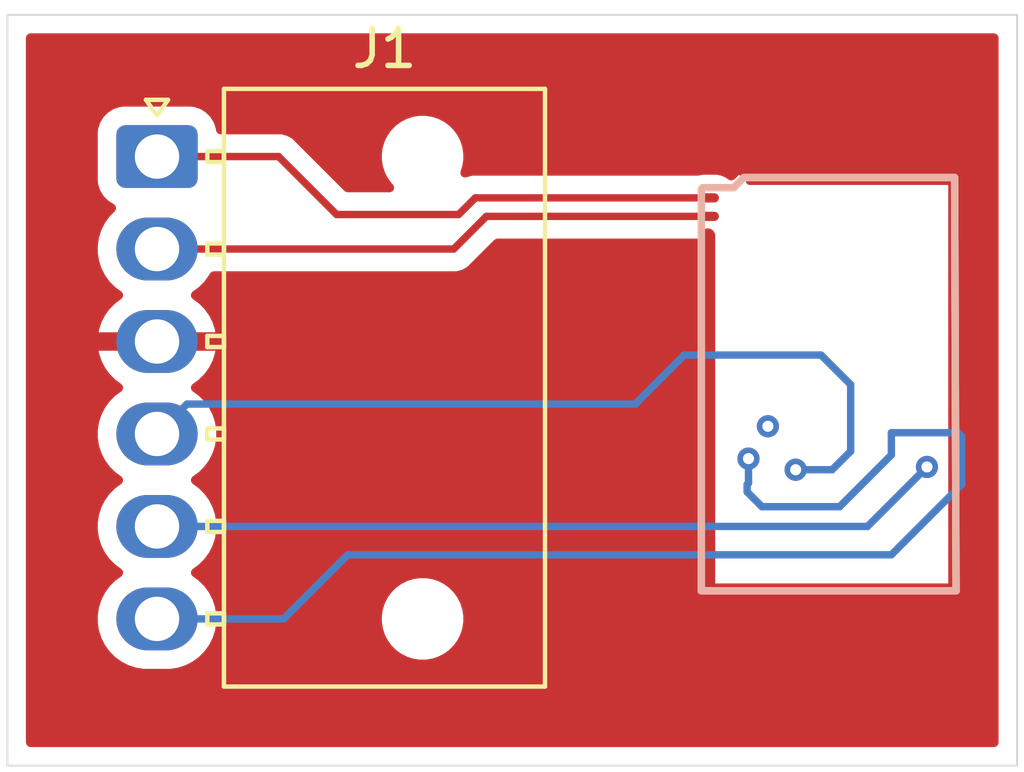
<source format=kicad_pcb>
(kicad_pcb (version 20240108) (generator "pcbnew") (generator_version "8.0")
  (layers (0 "F.Cu" signal) (1 "In1.Cu" signal) (2 "In2.Cu" signal) (31 "B.Cu" signal) (34 "B.Paste" user) (35 "F.Paste" user) (36 "B.SilkS" user "B.Silkscreen") (37 "F.SilkS" user "F.Silkscreen") (38 "B.Mask" user) (39 "F.Mask" user) (44 "Edge.Cuts" user))
  (net 0 "")
  (net 1 "GND")
  (net 2 "+5V")
  (net 4 "/Can_L")
  (net 5 "/Can_H")
  (net 6 "/Can_RX")
  (net 7 "/Can_TX")
  (footprint "hellen-one-can-0.1:can" (layer "F.Cu") (at 159.0625 92.300003 -90)
    (property "Reference" "M1" (hide yes))
    (property "Value" "Module-can-0.1" (hide yes))
    (fp_line (start 11.274997 -0.093797) (end 11.274997 -6.986674) (stroke (width 0.2)) (layer "B.SilkS"))
    (fp_line (start 0.431203 -0.1) (end 11.274997 -0.1) (stroke (width 0.2)) (layer "B.SilkS"))
    (fp_line (start 0.375001 -0.15) (end 0.431203 -0.1) (stroke (width 0.2)) (layer "B.SilkS"))
    (fp_line (start 0.375001 -0.15) (end 0.375001 -0.974999) (stroke (width 0.2)) (layer "B.SilkS"))
    (fp_line (start 0.099997 -1.250005) (end 0.375001 -0.974999) (stroke (width 0.2)) (layer "B.SilkS"))
    (fp_line (start 0.099997 -1.250005) (end 0.099997 -6.947827) (stroke (width 0.2)) (layer "B.SilkS"))
    (fp_line (start 0.099997 -6.947827) (end 11.274997 -6.986674) (stroke (width 0.2)) (layer "B.SilkS"))
    (fp_line (start 0.375003 -0.099997) (end 11.274997 -0.099997) (stroke (width 0.2)) (layer "F.SilkS"))
    (fp_line (start 11.274997 -0.099997) (end 11.274997 -6.986326) (stroke (width 0.2)) (layer "F.SilkS"))
    (fp_line (start 0.375001 -0.1) (end 0.375003 -0.099997) (stroke (width 0.2)) (layer "F.SilkS"))
    (fp_line (start 0.375001 -0.1) (end 0.375001 -0.974994) (stroke (width 0.2)) (layer "F.SilkS"))
    (fp_line (start 0.099997 -1.249998) (end 0.375001 -0.974994) (stroke (width 0.2)) (layer "F.SilkS"))
    (fp_line (start 0.099997 -1.249998) (end 0.099997 -6.947479) (stroke (width 0.2)) (layer "F.SilkS"))
    (fp_line (start 0.099997 -6.947479) (end 11.274997 -6.986326) (stroke (width 0.2)) (layer "F.SilkS"))
    (pad "E1" smd oval (at 0.199997 -4.1375 90) (size 0.2 5.669999) (layers "F.Cu" "F.Paste") (net 1 "GND"))
    (pad "E1" smd oval (at 5.674998 -6.875) (size 0.2 11.100001) (layers "F.Cu" "F.Paste") (net 1 "GND"))
    (pad "E1" smd oval (at 6.374999 -0.275003 180) (size 0.399999 9.800001) (layers "F.Cu" "F.Paste") (net 1 "GND"))
    (pad "E1" smd oval (at 10.999993 -0.275003 90) (size 0.499999 0.25) (layers "F.Cu" "F.Paste" "F.Mask") (net 1 "GND"))
    (pad "E1" smd oval (at 11.174997 -3.537501 90) (size 0.2 6.799999) (layers "F.Cu" "F.Paste") (net 1 "GND"))
    (pad "S1" smd oval (at 0.649999 -0.325001 270) (size 0.25 0.499999) (layers "F.Cu" "F.Paste" "F.Mask") (net 4 "/Can_L"))
    (pad "S2" smd oval (at 1.15 -0.325001 270) (size 0.25 0.499999) (layers "F.Cu" "F.Paste" "F.Mask") (net 5 "/Can_H"))
    (pad "V1" thru_hole circle (at 7.699997 -1.374999 90) (size 0.599999 0.599999) (drill 0.299999) (layers "*.Cu" "*.Mask") (net 2 "+5V"))
    (pad "V2" thru_hole circle (at 6.824995 -1.899999 90) (size 0.599999 0.599999) (drill 0.299999) (layers "*.Cu" "*.Mask"))
    (pad "V5" thru_hole circle (at 7.999999 -2.649997 180) (size 0.599999 0.599999) (drill 0.299999) (layers "*.Cu" "*.Mask") (net 7 "/Can_TX"))
    (pad "V6" thru_hole circle (at 7.924996 -6.199998 180) (size 0.599999 0.599999) (drill 0.299999) (layers "*.Cu" "*.Mask") (net 6 "/Can_RX"))
    (zone (net 0) (net_name "") (layer "F.Cu") (connect_pads (clearance 0)) (min_thickness 0.254)
      (keepout (tracks allowed) (vias allowed) (pads allowed) (copperpour not_allowed) (footprints allowed))
      (fill (thermal_gap 0.2) (thermal_bridge_width 0.2))
      (polygon (pts (xy 159.018202 92.527262) (xy 159.98072 92.527262) (xy 160.183514 92.324468) (xy 160.446536 92.58749) (xy 165.872626 92.58749) (xy 165.872626 103.412442) (xy 159.510109 103.412442) (xy 159.510109 93.910404) (xy 159.337061 93.737356) (xy 159.018202 93.737356)))
    )
  )
  (footprint "Connector_Molex:Molex_Nano-Fit_105313-xx06_1x06_P2.50mm_Horizontal" (layer "F.Cu") (at 144.445007 91.833329)
    (property "Reference" "J1" (at 6.15 -2.92 0) (layer "F.SilkS"))
    (property "Value" "Conn_01x06")
    (fp_line (start -0.3 -1.534264) (end 0 -1.11) (stroke (width 0.12)) (layer "F.SilkS"))
    (fp_line (start 0 -1.11) (end 0.3 -1.534264) (stroke (width 0.12)) (layer "F.SilkS"))
    (fp_line (start 0.3 -1.534264) (end -0.3 -1.534264) (stroke (width 0.12)) (layer "F.SilkS"))
    (fp_line (start 1.36 -0.15) (end 1.36 0.15) (stroke (width 0.12)) (layer "F.SilkS"))
    (fp_line (start 1.36 0.15) (end 1.81 0.15) (stroke (width 0.12)) (layer "F.SilkS"))
    (fp_line (start 1.36 2.35) (end 1.36 2.65) (stroke (width 0.12)) (layer "F.SilkS"))
    (fp_line (start 1.36 2.65) (end 1.81 2.65) (stroke (width 0.12)) (layer "F.SilkS"))
    (fp_line (start 1.36 4.85) (end 1.36 5.15) (stroke (width 0.12)) (layer "F.SilkS"))
    (fp_line (start 1.36 5.15) (end 1.81 5.15) (stroke (width 0.12)) (layer "F.SilkS"))
    (fp_line (start 1.36 7.35) (end 1.36 7.65) (stroke (width 0.12)) (layer "F.SilkS"))
    (fp_line (start 1.36 7.65) (end 1.81 7.65) (stroke (width 0.12)) (layer "F.SilkS"))
    (fp_line (start 1.36 9.85) (end 1.36 10.15) (stroke (width 0.12)) (layer "F.SilkS"))
    (fp_line (start 1.36 10.15) (end 1.81 10.15) (stroke (width 0.12)) (layer "F.SilkS"))
    (fp_line (start 1.36 12.35) (end 1.36 12.65) (stroke (width 0.12)) (layer "F.SilkS"))
    (fp_line (start 1.36 12.65) (end 1.81 12.65) (stroke (width 0.12)) (layer "F.SilkS"))
    (fp_line (start 1.81 -1.83) (end 1.81 14.33) (stroke (width 0.12)) (layer "F.SilkS"))
    (fp_line (start 1.81 -0.15) (end 1.36 -0.15) (stroke (width 0.12)) (layer "F.SilkS"))
    (fp_line (start 1.81 0.15) (end 1.81 -0.15) (stroke (width 0.12)) (layer "F.SilkS"))
    (fp_line (start 1.81 2.35) (end 1.36 2.35) (stroke (width 0.12)) (layer "F.SilkS"))
    (fp_line (start 1.81 2.65) (end 1.81 2.35) (stroke (width 0.12)) (layer "F.SilkS"))
    (fp_line (start 1.81 4.85) (end 1.36 4.85) (stroke (width 0.12)) (layer "F.SilkS"))
    (fp_line (start 1.81 5.15) (end 1.81 4.85) (stroke (width 0.12)) (layer "F.SilkS"))
    (fp_line (start 1.81 7.35) (end 1.36 7.35) (stroke (width 0.12)) (layer "F.SilkS"))
    (fp_line (start 1.81 7.65) (end 1.81 7.35) (stroke (width 0.12)) (layer "F.SilkS"))
    (fp_line (start 1.81 9.85) (end 1.36 9.85) (stroke (width 0.12)) (layer "F.SilkS"))
    (fp_line (start 1.81 10.15) (end 1.81 9.85) (stroke (width 0.12)) (layer "F.SilkS"))
    (fp_line (start 1.81 12.35) (end 1.36 12.35) (stroke (width 0.12)) (layer "F.SilkS"))
    (fp_line (start 1.81 12.65) (end 1.81 12.35) (stroke (width 0.12)) (layer "F.SilkS"))
    (fp_line (start 1.81 14.33) (end 10.49 14.33) (stroke (width 0.12)) (layer "F.SilkS"))
    (fp_line (start 10.49 -1.83) (end 1.81 -1.83) (stroke (width 0.12)) (layer "F.SilkS"))
    (fp_line (start 10.49 14.33) (end 10.49 -1.83) (stroke (width 0.12)) (layer "F.SilkS"))
    (pad "" np_thru_hole circle (at 7.18 0) (size 1.7 1.7) (drill 1.7) (layers "*.Cu" "*.Mask"))
    (pad "" np_thru_hole circle (at 7.18 12.5) (size 1.7 1.7) (drill 1.7) (layers "*.Cu" "*.Mask"))
    (pad "1" thru_hole roundrect (at 0 0) (size 2.2 1.7) (drill 1.2) (layers "*.Cu" "*.Mask") (roundrect_rratio 0.147059) (net 4 "/Can_L"))
    (pad "2" thru_hole oval (at 0 2.5) (size 2.2 1.7) (drill 1.2) (layers "*.Cu" "*.Mask") (net 5 "/Can_H"))
    (pad "3" thru_hole oval (at 0 5) (size 2.2 1.7) (drill 1.2) (layers "*.Cu" "*.Mask") (net 1 "GND"))
    (pad "4" thru_hole oval (at 0 7.5) (size 2.2 1.7) (drill 1.2) (layers "*.Cu" "*.Mask") (net 7 "/Can_TX"))
    (pad "5" thru_hole oval (at 0 10) (size 2.2 1.7) (drill 1.2) (layers "*.Cu" "*.Mask") (net 6 "/Can_RX"))
    (pad "6" thru_hole oval (at 0 12.5) (size 2.2 1.7) (drill 1.2) (layers "*.Cu" "*.Mask") (net 2 "+5V"))
  )
  (gr_rect (start 140.4 88) (end 167.7 108.3) (stroke (width 0.05)) (fill none) (layer "Edge.Cuts"))
  (segment (start 144.445007 96.833329) (end 157.49583 96.833329) (width 0.2) (layer "F.Cu") (net 1))
  (segment (start 157.49583 96.833329) (end 159.337503 98.675002) (width 0.2) (layer "F.Cu") (net 1))
  (segment (start 160.4 100.9) (end 160.4 100.7) (width 0.2) (layer "B.Cu") (net 2))
  (segment (start 164.3 99.9) (end 162.9 101.3) (width 0.2) (layer "B.Cu") (net 2))
  (segment (start 160.8 101.3) (end 160.4 100.9) (width 0.2) (layer "B.Cu") (net 2))
  (segment (start 160.437499 100.662501) (end 160.437499 100) (width 0.2) (layer "B.Cu") (net 2))
  (segment (start 149.6 102.6) (end 164.3 102.6) (width 0.2) (layer "B.Cu") (net 2))
  (segment (start 166.2 99.4) (end 166.1 99.3) (width 0.2) (layer "B.Cu") (net 2))
  (segment (start 147.866671 104.333329) (end 149.6 102.6) (width 0.2) (layer "B.Cu") (net 2))
  (segment (start 162.9 101.3) (end 160.8 101.3) (width 0.2) (layer "B.Cu") (net 2))
  (segment (start 160.4 100.7) (end 160.437499 100.662501) (width 0.2) (layer "B.Cu") (net 2))
  (segment (start 164.3 102.6) (end 166.2 100.7) (width 0.2) (layer "B.Cu") (net 2))
  (segment (start 166.1 99.3) (end 164.3 99.3) (width 0.2) (layer "B.Cu") (net 2))
  (segment (start 166.2 100.7) (end 166.2 99.4) (width 0.2) (layer "B.Cu") (net 2))
  (segment (start 144.445007 104.333329) (end 147.866671 104.333329) (width 0.2) (layer "B.Cu") (net 2))
  (segment (start 164.3 99.3) (end 164.3 99.9) (width 0.2) (layer "B.Cu") (net 2))
  (segment (start 152.6 93.4) (end 153.049998 92.950002) (width 0.2) (layer "F.Cu") (net 4))
  (segment (start 149.3 93.4) (end 152.6 93.4) (width 0.2) (layer "F.Cu") (net 4))
  (segment (start 153.049998 92.950002) (end 159.387501 92.950002) (width 0.2) (layer "F.Cu") (net 4))
  (segment (start 147.733329 91.833329) (end 149.3 93.4) (width 0.2) (layer "F.Cu") (net 4))
  (segment (start 144.445007 91.833329) (end 147.733329 91.833329) (width 0.2) (layer "F.Cu") (net 4))
  (segment (start 152.466671 94.333329) (end 153.349997 93.450003) (width 0.2) (layer "F.Cu") (net 5))
  (segment (start 153.349997 93.450003) (end 159.387501 93.450003) (width 0.2) (layer "F.Cu") (net 5))
  (segment (start 144.445007 94.333329) (end 152.466671 94.333329) (width 0.2) (layer "F.Cu") (net 5))
  (segment (start 144.445007 101.833329) (end 163.654168 101.833329) (width 0.2) (layer "B.Cu") (net 6))
  (segment (start 163.654168 101.833329) (end 165.262498 100.224999) (width 0.2) (layer "B.Cu") (net 6))
  (segment (start 163.2 98) (end 163.2 99.8) (width 0.2) (layer "B.Cu") (net 7))
  (segment (start 162.699998 100.300002) (end 161.712497 100.300002) (width 0.2) (layer "B.Cu") (net 7))
  (segment (start 158.7 97.2) (end 162.4 97.2) (width 0.2) (layer "B.Cu") (net 7))
  (segment (start 145.253337 98.524999) (end 157.375001 98.524999) (width 0.2) (layer "B.Cu") (net 7))
  (segment (start 163.2 99.8) (end 162.699998 100.300002) (width 0.2) (layer "B.Cu") (net 7))
  (segment (start 144.445007 99.333329) (end 145.253337 98.524999) (width 0.2) (layer "B.Cu") (net 7))
  (segment (start 157.375001 98.524999) (end 158.7 97.2) (width 0.2) (layer "B.Cu") (net 7))
  (segment (start 162.4 97.2) (end 163.2 98) (width 0.2) (layer "B.Cu") (net 7))
  (zone (net 1) (net_name "GND") (layer "F.Cu") (connect_pads (clearance 0.5)) (min_thickness 0.25) (fill yes (thermal_gap 0.5) (thermal_bridge_width 0.5))
    (polygon (pts (xy 140.2 87.6) (xy 167.8 87.9) (xy 167.9 108.5) (xy 140.2 108.5)))
  )
)
</source>
